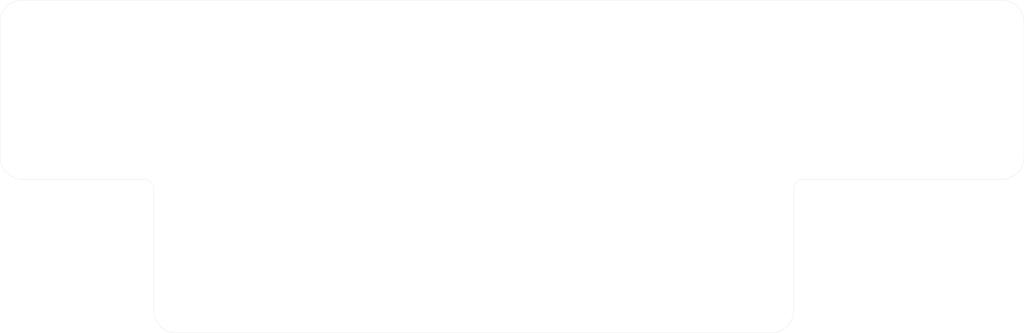
<source format=kicad_pcb>
(kicad_pcb (version 20171130) (host pcbnew "(5.1.9)-1")

  (general
    (thickness 1.6)
    (drawings 16)
    (tracks 0)
    (zones 0)
    (modules 0)
    (nets 1)
  )

  (page A4)
  (layers
    (0 F.Cu signal)
    (31 B.Cu signal)
    (32 B.Adhes user)
    (33 F.Adhes user)
    (34 B.Paste user)
    (35 F.Paste user)
    (36 B.SilkS user)
    (37 F.SilkS user)
    (38 B.Mask user)
    (39 F.Mask user)
    (40 Dwgs.User user)
    (41 Cmts.User user)
    (42 Eco1.User user)
    (43 Eco2.User user)
    (44 Edge.Cuts user)
    (45 Margin user)
    (46 B.CrtYd user)
    (47 F.CrtYd user)
    (48 B.Fab user)
    (49 F.Fab user)
  )

  (setup
    (last_trace_width 0.25)
    (trace_clearance 0.2)
    (zone_clearance 0.508)
    (zone_45_only no)
    (trace_min 0.2)
    (via_size 0.8)
    (via_drill 0.4)
    (via_min_size 0.4)
    (via_min_drill 0.3)
    (uvia_size 0.3)
    (uvia_drill 0.1)
    (uvias_allowed no)
    (uvia_min_size 0.2)
    (uvia_min_drill 0.1)
    (edge_width 0.05)
    (segment_width 0.2)
    (pcb_text_width 0.3)
    (pcb_text_size 1.5 1.5)
    (mod_edge_width 0.12)
    (mod_text_size 1 1)
    (mod_text_width 0.15)
    (pad_size 1.524 1.524)
    (pad_drill 0.762)
    (pad_to_mask_clearance 0)
    (aux_axis_origin 0 0)
    (visible_elements 7FFFFFFF)
    (pcbplotparams
      (layerselection 0x010f0_ffffffff)
      (usegerberextensions true)
      (usegerberattributes false)
      (usegerberadvancedattributes false)
      (creategerberjobfile false)
      (excludeedgelayer true)
      (linewidth 0.100000)
      (plotframeref false)
      (viasonmask false)
      (mode 1)
      (useauxorigin false)
      (hpglpennumber 1)
      (hpglpenspeed 20)
      (hpglpendiameter 15.000000)
      (psnegative false)
      (psa4output false)
      (plotreference true)
      (plotvalue true)
      (plotinvisibletext false)
      (padsonsilk false)
      (subtractmaskfromsilk true)
      (outputformat 1)
      (mirror false)
      (drillshape 0)
      (scaleselection 1)
      (outputdirectory "Gerbers/"))
  )

  (net 0 "")

  (net_class Default "This is the default net class."
    (clearance 0.2)
    (trace_width 0.25)
    (via_dia 0.8)
    (via_drill 0.4)
    (uvia_dia 0.3)
    (uvia_drill 0.1)
  )

  (gr_arc (start 215.9 134.14375) (end 215.9 139.7) (angle -90) (layer Edge.Cuts) (width 0.05) (tstamp 601614BB))
  (gr_line (start 273.05 57.15) (end 30.1625 57.15) (layer Edge.Cuts) (width 0.05) (tstamp 6016158C))
  (gr_arc (start 223.8375 103.98125) (end 223.8375 101.6) (angle -90) (layer Edge.Cuts) (width 0.05) (tstamp 601614C9))
  (gr_line (start 24.60625 62.70625) (end 24.60625 96.04375) (layer Edge.Cuts) (width 0.05) (tstamp 601614C8))
  (gr_line (start 221.45625 134.14375) (end 221.45625 103.98125) (layer Edge.Cuts) (width 0.05) (tstamp 601614C7))
  (gr_line (start 68.2625 139.7) (end 215.9 139.7) (layer Edge.Cuts) (width 0.05) (tstamp 601614C6))
  (gr_arc (start 60.325 103.98125) (end 62.70625 103.98125) (angle -90) (layer Edge.Cuts) (width 0.05) (tstamp 601614C5))
  (gr_line (start 62.70625 103.98125) (end 62.70625 134.14375) (layer Edge.Cuts) (width 0.05) (tstamp 601614C4))
  (gr_line (start 278.60625 96.04375) (end 278.60625 62.70625) (layer Edge.Cuts) (width 0.05) (tstamp 601614C3))
  (gr_line (start 223.8375 101.6) (end 273.05 101.6) (layer Edge.Cuts) (width 0.05) (tstamp 601614C1))
  (gr_arc (start 273.05 62.70625) (end 278.60625 62.70625) (angle -90) (layer Edge.Cuts) (width 0.05) (tstamp 601614C0))
  (gr_arc (start 68.2625 134.14375) (end 62.70625 134.14375) (angle -90) (layer Edge.Cuts) (width 0.05) (tstamp 601614BF))
  (gr_line (start 60.325 101.6) (end 30.1625 101.6) (layer Edge.Cuts) (width 0.05) (tstamp 601614BE))
  (gr_arc (start 30.1625 62.70625) (end 30.1625 57.15) (angle -90) (layer Edge.Cuts) (width 0.05) (tstamp 601614BD))
  (gr_arc (start 30.1625 96.04375) (end 24.60625 96.04375) (angle -90) (layer Edge.Cuts) (width 0.05) (tstamp 601614BC))
  (gr_arc (start 273.05 96.04375) (end 273.05 101.6) (angle -90) (layer Edge.Cuts) (width 0.05) (tstamp 601614BA))

)

</source>
